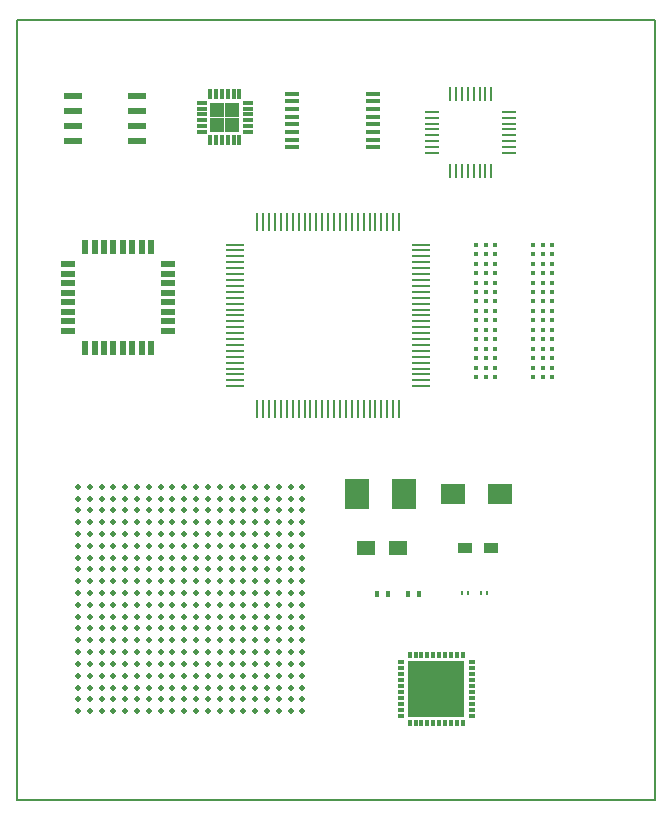
<source format=gbr>
G04 #@! TF.FileFunction,Copper,L1,Top,Signal*
%FSLAX46Y46*%
G04 Gerber Fmt 4.6, Leading zero omitted, Abs format (unit mm)*
G04 Created by KiCad (PCBNEW 4.0.4-stable) date 09/11/16 22:56:42*
%MOMM*%
%LPD*%
G01*
G04 APERTURE LIST*
%ADD10C,0.100000*%
%ADD11C,0.150000*%
%ADD12R,1.550000X0.600000*%
%ADD13R,0.850000X0.300000*%
%ADD14R,0.300000X0.850000*%
%ADD15R,1.300000X1.300000*%
%ADD16R,1.200000X0.400000*%
%ADD17R,1.200000X0.280000*%
%ADD18R,0.280000X1.200000*%
%ADD19R,1.200000X0.600000*%
%ADD20R,0.600000X1.200000*%
%ADD21R,1.500000X0.280000*%
%ADD22R,0.280000X1.500000*%
%ADD23C,0.500380*%
%ADD24C,0.398780*%
%ADD25R,0.280000X0.430000*%
%ADD26R,0.400000X0.600000*%
%ADD27R,1.200000X0.900000*%
%ADD28R,1.500000X1.300000*%
%ADD29R,2.000000X1.700000*%
%ADD30R,2.000000X2.500000*%
%ADD31R,0.299720X0.551180*%
%ADD32R,0.551180X0.299720*%
%ADD33R,4.749800X4.749800*%
G04 APERTURE END LIST*
D10*
D11*
X0Y0D02*
X0Y66000000D01*
X54000000Y0D02*
X0Y0D01*
X54000000Y66000000D02*
X54000000Y0D01*
X0Y66000000D02*
X54000000Y66000000D01*
D12*
X4734000Y59532200D03*
X4734000Y58262200D03*
X4734000Y56992200D03*
X4734000Y55722200D03*
X10134000Y55722200D03*
X10134000Y56992200D03*
X10134000Y58262200D03*
X10134000Y59532200D03*
D13*
X15644000Y59004200D03*
X15644000Y58504200D03*
X15644000Y58004200D03*
X15644000Y57504200D03*
X15644000Y57004200D03*
X15644000Y56504200D03*
D14*
X16344000Y55804200D03*
X16844000Y55804200D03*
X17344000Y55804200D03*
X17844000Y55804200D03*
X18344000Y55804200D03*
X18844000Y55804200D03*
D13*
X19544000Y56504200D03*
X19544000Y57004200D03*
X19544000Y57504200D03*
X19544000Y58004200D03*
X19544000Y58504200D03*
X19544000Y59004200D03*
D14*
X18844000Y59704200D03*
X18344000Y59704200D03*
X17844000Y59704200D03*
X17344000Y59704200D03*
X16844000Y59704200D03*
X16344000Y59704200D03*
D15*
X18244000Y57104200D03*
X18244000Y58404200D03*
X16944000Y57104200D03*
X16944000Y58404200D03*
D16*
X23288000Y59775200D03*
X23288000Y59125200D03*
X23288000Y58475200D03*
X23288000Y57825200D03*
X23288000Y57175200D03*
X23288000Y56525200D03*
X23288000Y55875200D03*
X23288000Y55225200D03*
X30188000Y55225200D03*
X30188000Y55875200D03*
X30188000Y56525200D03*
X30188000Y57175200D03*
X30188000Y57825200D03*
X30188000Y58475200D03*
X30188000Y59125200D03*
X30188000Y59775200D03*
D17*
X35172000Y58234200D03*
X35172000Y57734200D03*
X35172000Y57234200D03*
X35172000Y56734200D03*
X35172000Y56234200D03*
X35172000Y55734200D03*
X35172000Y55234200D03*
X35172000Y54734200D03*
D18*
X36672000Y53234200D03*
X37172000Y53234200D03*
X37672000Y53234200D03*
X38172000Y53234200D03*
X38672000Y53234200D03*
X39172000Y53234200D03*
X39672000Y53234200D03*
X40172000Y53234200D03*
D17*
X41672000Y54734200D03*
X41672000Y55234200D03*
X41672000Y55734200D03*
X41672000Y56234200D03*
X41672000Y56734200D03*
X41672000Y57234200D03*
X41672000Y57734200D03*
X41672000Y58234200D03*
D18*
X40172000Y59734200D03*
X39672000Y59734200D03*
X39172000Y59734200D03*
X38672000Y59734200D03*
X38172000Y59734200D03*
X37672000Y59734200D03*
X37172000Y59734200D03*
X36672000Y59734200D03*
D19*
X4327000Y45314200D03*
X4327000Y44514200D03*
X4327000Y43714200D03*
X4327000Y42914200D03*
X4327000Y42114200D03*
X4327000Y41314200D03*
X4327000Y40514200D03*
X4327000Y39714200D03*
D20*
X5777000Y38264200D03*
X6577000Y38264200D03*
X7377000Y38264200D03*
X8177000Y38264200D03*
X8977000Y38264200D03*
X9777000Y38264200D03*
X10577000Y38264200D03*
X11377000Y38264200D03*
D19*
X12827000Y39714200D03*
X12827000Y40514200D03*
X12827000Y41314200D03*
X12827000Y42114200D03*
X12827000Y42914200D03*
X12827000Y43714200D03*
X12827000Y44514200D03*
X12827000Y45314200D03*
D20*
X11377000Y46764200D03*
X10577000Y46764200D03*
X9777000Y46764200D03*
X8977000Y46764200D03*
X8177000Y46764200D03*
X7377000Y46764200D03*
X6577000Y46764200D03*
X5777000Y46764200D03*
D21*
X18457000Y46990200D03*
X18457000Y46490200D03*
X18457000Y45990200D03*
X18457000Y45490200D03*
X18457000Y44990200D03*
X18457000Y44490200D03*
X18457000Y43990200D03*
X18457000Y43490200D03*
X18457000Y42990200D03*
X18457000Y42490200D03*
X18457000Y41990200D03*
X18457000Y41490200D03*
X18457000Y40990200D03*
X18457000Y40490200D03*
X18457000Y39990200D03*
X18457000Y39490200D03*
X18457000Y38990200D03*
X18457000Y38490200D03*
X18457000Y37990200D03*
X18457000Y37490200D03*
X18457000Y36990200D03*
X18457000Y36490200D03*
X18457000Y35990200D03*
X18457000Y35490200D03*
X18457000Y34990200D03*
D22*
X20357000Y33090200D03*
X20857000Y33090200D03*
X21357000Y33090200D03*
X21857000Y33090200D03*
X22357000Y33090200D03*
X22857000Y33090200D03*
X23357000Y33090200D03*
X23857000Y33090200D03*
X24357000Y33090200D03*
X24857000Y33090200D03*
X25357000Y33090200D03*
X25857000Y33090200D03*
X26357000Y33090200D03*
X26857000Y33090200D03*
X27357000Y33090200D03*
X27857000Y33090200D03*
X28357000Y33090200D03*
X28857000Y33090200D03*
X29357000Y33090200D03*
X29857000Y33090200D03*
X30357000Y33090200D03*
X30857000Y33090200D03*
X31357000Y33090200D03*
X31857000Y33090200D03*
X32357000Y33090200D03*
D21*
X34257000Y34990200D03*
X34257000Y35490200D03*
X34257000Y35990200D03*
X34257000Y36490200D03*
X34257000Y36990200D03*
X34257000Y37490200D03*
X34257000Y37990200D03*
X34257000Y38490200D03*
X34257000Y38990200D03*
X34257000Y39490200D03*
X34257000Y39990200D03*
X34257000Y40490200D03*
X34257000Y40990200D03*
X34257000Y41490200D03*
X34257000Y41990200D03*
X34257000Y42490200D03*
X34257000Y42990200D03*
X34257000Y43490200D03*
X34257000Y43990200D03*
X34257000Y44490200D03*
X34257000Y44990200D03*
X34257000Y45490200D03*
X34257000Y45990200D03*
X34257000Y46490200D03*
X34257000Y46990200D03*
D22*
X32357000Y48890200D03*
X31857000Y48890200D03*
X31357000Y48890200D03*
X30857000Y48890200D03*
X30357000Y48890200D03*
X29857000Y48890200D03*
X29357000Y48890200D03*
X28857000Y48890200D03*
X28357000Y48890200D03*
X27857000Y48890200D03*
X27357000Y48890200D03*
X26857000Y48890200D03*
X26357000Y48890200D03*
X25857000Y48890200D03*
X25357000Y48890200D03*
X24857000Y48890200D03*
X24357000Y48890200D03*
X23857000Y48890200D03*
X23357000Y48890200D03*
X22857000Y48890200D03*
X22357000Y48890200D03*
X21857000Y48890200D03*
X21357000Y48890200D03*
X20857000Y48890200D03*
X20357000Y48890200D03*
D23*
X5173400Y26486800D03*
X6174160Y26486800D03*
X7174920Y26486800D03*
X8173140Y26486800D03*
X9173900Y26486800D03*
X10174660Y26486800D03*
X11172880Y26486800D03*
X12173640Y26486800D03*
X13174400Y26486800D03*
X14175160Y26486800D03*
X15173380Y26486800D03*
X16174140Y26486800D03*
X17174900Y26486800D03*
X18173120Y26486800D03*
X19173880Y26486800D03*
X20174640Y26486800D03*
X5173400Y25486040D03*
X5173400Y24485280D03*
X5173400Y23487060D03*
X5173400Y22486300D03*
X5173400Y21485540D03*
X5173400Y20487320D03*
X5173400Y19486560D03*
X5173400Y18485800D03*
X20174640Y25486040D03*
X19173880Y25486040D03*
X18173120Y25486040D03*
X17174900Y25486040D03*
X16174140Y25486040D03*
X15173380Y25486040D03*
X14175160Y25486040D03*
X13174400Y25486040D03*
X12173640Y25486040D03*
X11172880Y25486040D03*
X10174660Y25486040D03*
X9173900Y25486040D03*
X6174160Y25486040D03*
X7174920Y25486040D03*
X8173140Y25486040D03*
X6174160Y24485280D03*
X7174920Y24485280D03*
X8173140Y24485280D03*
X9173900Y24485280D03*
X10174660Y24485280D03*
X11172880Y24485280D03*
X12173640Y24485280D03*
X13174400Y24485280D03*
X6174160Y23487060D03*
X7174920Y23487060D03*
X8173140Y23487060D03*
X9173900Y23487060D03*
X10174660Y23487060D03*
X11172880Y23487060D03*
X12173640Y23487060D03*
X13174400Y23487060D03*
X6174160Y22486300D03*
X7174920Y22486300D03*
X8173140Y22486300D03*
X14175160Y24485280D03*
X14175160Y23487060D03*
X15173380Y24485280D03*
X15173380Y23487060D03*
X16174140Y23487060D03*
X16174140Y24485280D03*
X17174900Y24485280D03*
X18173120Y24485280D03*
X18173120Y23487060D03*
X17174900Y23487060D03*
X19173880Y24485280D03*
X19173880Y23487060D03*
X20174640Y23487060D03*
X20174640Y24485280D03*
X17174900Y22486300D03*
X17174900Y21485540D03*
X18173120Y21485540D03*
X18173120Y22486300D03*
X19173880Y22486300D03*
X19173880Y21485540D03*
X19173880Y20487320D03*
X20174640Y20487320D03*
X20174640Y21485540D03*
X20174640Y22486300D03*
X6174160Y21485540D03*
X7174920Y21485540D03*
X8173140Y21485540D03*
X8173140Y20487320D03*
X7174920Y20487320D03*
X6174160Y20487320D03*
X6174160Y19486560D03*
X7174920Y19486560D03*
X8173140Y19486560D03*
X8173140Y18485800D03*
X7174920Y18485800D03*
X6174160Y18485800D03*
X5173400Y17485040D03*
X6174160Y17485040D03*
X7174920Y17485040D03*
X8173140Y17485040D03*
X8173140Y16486820D03*
X7174920Y16486820D03*
X6174160Y16486820D03*
X5173400Y16486820D03*
X5173400Y15486060D03*
X6174160Y15486060D03*
X7174920Y15486060D03*
X8173140Y15486060D03*
X8173140Y14485300D03*
X8173140Y13487080D03*
X8173140Y12486320D03*
X7174920Y12486320D03*
X7174920Y13487080D03*
X7174920Y14485300D03*
X6174160Y14485300D03*
X6174160Y13487080D03*
X6174160Y12486320D03*
X5173400Y14485300D03*
X5173400Y13487080D03*
X5173400Y12486320D03*
X5173400Y11485560D03*
X6174160Y11485560D03*
X7174920Y11485560D03*
X8173140Y11485560D03*
X12173640Y22486300D03*
X11172880Y22486300D03*
X10174660Y22486300D03*
X9173900Y22486300D03*
X9173900Y21485540D03*
X10174660Y21485540D03*
X11172880Y21485540D03*
X12173640Y21485540D03*
X9173900Y20487320D03*
X10174660Y20487320D03*
X11172880Y20487320D03*
X9173900Y19486560D03*
X10174660Y19486560D03*
X9173900Y18485800D03*
X10174660Y18485800D03*
X9173900Y17485040D03*
X10174660Y17485040D03*
X9173900Y16486820D03*
X10174660Y16486820D03*
X9173900Y15486060D03*
X10174660Y15486060D03*
X9173900Y13487080D03*
X10174660Y13487080D03*
X9173900Y12486320D03*
X10174660Y12486320D03*
X9173900Y11485560D03*
X10174660Y11485560D03*
X9173900Y14485300D03*
X10174660Y14485300D03*
X11172880Y12486320D03*
X12173640Y12486320D03*
X13174400Y12486320D03*
X14175160Y12486320D03*
X15173380Y12486320D03*
X11172880Y11485560D03*
X12173640Y11485560D03*
X13174400Y11485560D03*
X14175160Y11485560D03*
X15173380Y11485560D03*
X13174400Y22486300D03*
X14175160Y22486300D03*
X15173380Y22486300D03*
X16174140Y22486300D03*
X13174400Y21485540D03*
X14175160Y21485540D03*
X15173380Y21485540D03*
X16174140Y21485540D03*
X16174140Y12486320D03*
X16174140Y11485560D03*
X17174900Y12486320D03*
X17174900Y11485560D03*
X18173120Y11485560D03*
X18173120Y12486320D03*
X19173880Y19486560D03*
X19173880Y18485800D03*
X19173880Y17485040D03*
X19173880Y16486820D03*
X19173880Y15486060D03*
X19173880Y14485300D03*
X19173880Y13487080D03*
X19173880Y12486320D03*
X19173880Y11485560D03*
X20174640Y11485560D03*
X20174640Y12486320D03*
X20174640Y13487080D03*
X20174640Y14485300D03*
X20174640Y15486060D03*
X20174640Y16486820D03*
X20174640Y17485040D03*
X20174640Y18485800D03*
X20174640Y19486560D03*
X21172860Y26486800D03*
X22173620Y26486800D03*
X23174380Y26486800D03*
X24175140Y26486800D03*
X21172860Y25486040D03*
X22173620Y25486040D03*
X23174380Y25486040D03*
X24175140Y25486040D03*
X21172860Y24485280D03*
X22173620Y24485280D03*
X23174380Y24485280D03*
X24175140Y24485280D03*
X21172860Y23487060D03*
X22173620Y23487060D03*
X23174380Y23487060D03*
X24175140Y23487060D03*
X21172860Y22486300D03*
X22173620Y22486300D03*
X23174380Y22486300D03*
X24175140Y22486300D03*
X21172860Y21485540D03*
X22173620Y21485540D03*
X23174380Y21485540D03*
X24175140Y21485540D03*
X21172860Y20487320D03*
X22173620Y20487320D03*
X23174380Y20487320D03*
X24175140Y20487320D03*
X21172860Y19486560D03*
X22173620Y19486560D03*
X23174380Y19486560D03*
X24175140Y19486560D03*
X21172860Y18485800D03*
X22173620Y18485800D03*
X23174380Y18485800D03*
X24175140Y18485800D03*
X21172860Y17485040D03*
X22173620Y17485040D03*
X23174380Y17485040D03*
X24175140Y17485040D03*
X21172860Y16486820D03*
X22173620Y16486820D03*
X23174380Y16486820D03*
X24175140Y16486820D03*
X21172860Y15486060D03*
X22173620Y15486060D03*
X23174380Y15486060D03*
X24175140Y15486060D03*
X21172860Y14485300D03*
X22173620Y14485300D03*
X23174380Y14485300D03*
X24175140Y14485300D03*
X21172860Y13487080D03*
X22173620Y13487080D03*
X23174380Y13487080D03*
X24175140Y13487080D03*
X21172860Y12486320D03*
X22173620Y12486320D03*
X23174380Y12486320D03*
X24175140Y12486320D03*
X21172860Y11485560D03*
X22173620Y11485560D03*
X23174380Y11485560D03*
X24175140Y11485560D03*
X5173400Y10487340D03*
X5173400Y9486580D03*
X5173400Y8485820D03*
X5173400Y7485060D03*
X6174160Y7485060D03*
X7174920Y7485060D03*
X8173140Y7485060D03*
X9173900Y7485060D03*
X10174660Y7485060D03*
X11172880Y7485060D03*
X12173640Y7485060D03*
X13174400Y7485060D03*
X14175160Y7485060D03*
X15173380Y7485060D03*
X16174140Y7485060D03*
X17174900Y7485060D03*
X18173120Y7485060D03*
X19173880Y7485060D03*
X20174640Y7485060D03*
X21172860Y7485060D03*
X22173620Y7485060D03*
X23174380Y7485060D03*
X24175140Y7485060D03*
X6174160Y8485820D03*
X7174920Y8485820D03*
X8173140Y8485820D03*
X9173900Y8485820D03*
X10174660Y8485820D03*
X11172880Y8485820D03*
X12173640Y8485820D03*
X13174400Y8485820D03*
X14175160Y8485820D03*
X15173380Y8485820D03*
X16174140Y8485820D03*
X17174900Y8485820D03*
X18173120Y8485820D03*
X19173880Y8485820D03*
X20174640Y8485820D03*
X21172860Y8485820D03*
X22173620Y8485820D03*
X23174380Y8485820D03*
X24175140Y8485820D03*
X6174160Y9486580D03*
X7174920Y9486580D03*
X8173140Y9486580D03*
X9173900Y9486580D03*
X10174660Y9486580D03*
X11172880Y9486580D03*
X12173640Y9486580D03*
X13174400Y9486580D03*
X14175160Y9486580D03*
X15173380Y9486580D03*
X16174140Y9486580D03*
X17174900Y9486580D03*
X18173120Y9486580D03*
X19173880Y9486580D03*
X20174640Y9486580D03*
X21172860Y9486580D03*
X22173620Y9486580D03*
X23174380Y9486580D03*
X24175140Y9486580D03*
X6174160Y10487340D03*
X7174920Y10487340D03*
X8173140Y10487340D03*
X9173900Y10487340D03*
X10174660Y10487340D03*
X11172880Y10487340D03*
X12173640Y10487340D03*
X13174400Y10487340D03*
X14175160Y10487340D03*
X15173380Y10487340D03*
X16174140Y10487340D03*
X17174900Y10487340D03*
X18173120Y10487340D03*
X19173880Y10487340D03*
X20174640Y10487340D03*
X21172860Y10487340D03*
X22173620Y10487340D03*
X23174380Y10487340D03*
X24175140Y10487340D03*
X11172880Y13487080D03*
X12173640Y13487080D03*
X13174400Y13487080D03*
X14172620Y13487080D03*
X15173380Y13487080D03*
X16174140Y13487080D03*
X17174900Y13487080D03*
X18173120Y13487080D03*
X11172880Y14485300D03*
X12173640Y14485300D03*
X13174400Y14485300D03*
X14172620Y14485300D03*
X15173380Y14485300D03*
X16174140Y14485300D03*
X17174900Y14485300D03*
X18173120Y14485300D03*
X11172880Y15486060D03*
X12173640Y15486060D03*
X13174400Y15486060D03*
X14172620Y15486060D03*
X15173380Y15486060D03*
X16174140Y15486060D03*
X17174900Y15486060D03*
X18173120Y15486060D03*
X11172880Y16486820D03*
X12173640Y16486820D03*
X13174400Y16486820D03*
X14172620Y16486820D03*
X15173380Y16486820D03*
X16174140Y16486820D03*
X17174900Y16486820D03*
X18173120Y16486820D03*
X11172880Y17487580D03*
X12173640Y17487580D03*
X13174400Y17487580D03*
X14172620Y17487580D03*
X15173380Y17487580D03*
X16174140Y17487580D03*
X17174900Y17487580D03*
X18173120Y17487580D03*
X12173640Y20487320D03*
X13174400Y20487320D03*
X14172620Y20487320D03*
X15173380Y20487320D03*
X16174140Y20487320D03*
X17174900Y20487320D03*
X18173120Y20487320D03*
X11172880Y19486560D03*
X12173640Y19486560D03*
X13174400Y19486560D03*
X14172620Y19486560D03*
X15173380Y19486560D03*
X16174140Y19486560D03*
X17174900Y19486560D03*
X18173120Y19486560D03*
X11172880Y18485800D03*
X12173640Y18485800D03*
X13174400Y18485800D03*
X14172620Y18485800D03*
X15173380Y18485800D03*
X16174140Y18485800D03*
X17174900Y18485800D03*
X18173120Y18485800D03*
D24*
X38904600Y46971900D03*
X39704700Y46971900D03*
X40504800Y46971900D03*
X43705200Y46971900D03*
X44505300Y46971900D03*
X45305400Y46971900D03*
X38904600Y46171800D03*
X38904600Y45371700D03*
X38904600Y44571600D03*
X38904600Y43774040D03*
X38904600Y42973940D03*
X38904600Y42173840D03*
X38904600Y41373740D03*
X39704700Y41373740D03*
X40504800Y41373740D03*
X43702660Y41371200D03*
X44502760Y41371200D03*
X45302860Y41371200D03*
X45302860Y42171300D03*
X45302860Y42971400D03*
X45302860Y43771500D03*
X45302860Y44569060D03*
X45302860Y45369160D03*
X45302860Y46169260D03*
X40504800Y44571600D03*
X40504800Y43774040D03*
X43702660Y43771500D03*
X43702660Y44569060D03*
X43702660Y45369160D03*
X40504800Y45371700D03*
X39704700Y45371700D03*
X39704700Y44571600D03*
X39704700Y43774040D03*
X39704700Y42973940D03*
X39704700Y42173840D03*
X40504800Y42173840D03*
X40504800Y42973940D03*
X43702660Y42971400D03*
X43702660Y42171300D03*
X44502760Y42171300D03*
X44502760Y42971400D03*
X44502760Y43771500D03*
X44502760Y44569060D03*
X44502760Y45369160D03*
X44502760Y46169260D03*
X43702660Y46169260D03*
X40504800Y46171800D03*
X39704700Y46171800D03*
X38904600Y35770500D03*
X45305400Y35770500D03*
X38904600Y40571100D03*
X39704700Y40571100D03*
X40504800Y40571100D03*
X43705200Y40571100D03*
X44505300Y40571100D03*
X45305400Y40571100D03*
X38904600Y39771000D03*
X39704700Y39771000D03*
X40504800Y39771000D03*
X43705200Y39771000D03*
X44505300Y39771000D03*
X45305400Y39771000D03*
X38904600Y38970900D03*
X39704700Y38970900D03*
X40504800Y38970900D03*
X43705200Y38970900D03*
X44505300Y38970900D03*
X45305400Y38970900D03*
X38904600Y38170800D03*
X39704700Y38170800D03*
X40504800Y38170800D03*
X43705200Y38170800D03*
X44505300Y38170800D03*
X45305400Y38170800D03*
X38904600Y37370700D03*
X39704700Y37370700D03*
X40504800Y37370700D03*
X43705200Y37370700D03*
X44505300Y37370700D03*
X45305400Y37370700D03*
X38904600Y36570600D03*
X39704700Y36570600D03*
X40504800Y36570600D03*
X43705200Y36570600D03*
X44505300Y36570600D03*
X45305400Y36570600D03*
X39704700Y35770500D03*
X40504800Y35770500D03*
X43705200Y35770500D03*
X44505300Y35770500D03*
D25*
X37659000Y17495200D03*
X38169000Y17495200D03*
X39310000Y17495200D03*
X39820000Y17495200D03*
D26*
X30479000Y17368200D03*
X31379000Y17368200D03*
X33146000Y17368200D03*
X34046000Y17368200D03*
D27*
X37957000Y21305200D03*
X40157000Y21305200D03*
D28*
X29579000Y21305200D03*
X32279000Y21305200D03*
D29*
X36930000Y25877200D03*
X40930000Y25877200D03*
D30*
X28802000Y25877200D03*
X32802000Y25877200D03*
D31*
X37751440Y12242480D03*
X37251060Y12242480D03*
X36750680Y12242480D03*
X36250300Y12242480D03*
X35752460Y12242480D03*
X35252080Y12242480D03*
X34751700Y12242480D03*
X34251320Y12242480D03*
X33750940Y12242480D03*
X33250560Y12242480D03*
D32*
X32501260Y11617640D03*
X32501260Y11117260D03*
X32501260Y10616880D03*
X32501260Y10116500D03*
X32501260Y9616120D03*
X32501260Y9118280D03*
X32501260Y8617900D03*
X32501260Y8117520D03*
X32501260Y7617140D03*
X32501260Y7116760D03*
D31*
X33250560Y6491920D03*
X33750940Y6491920D03*
X34251320Y6491920D03*
X34751700Y6491920D03*
X35252080Y6491920D03*
X35749920Y6491920D03*
X36250300Y6491920D03*
X36750680Y6491920D03*
X37251060Y6491920D03*
X37751440Y6491920D03*
D32*
X38500740Y7116760D03*
X38500740Y7617140D03*
X38500740Y8117520D03*
X38500740Y8617900D03*
X38500740Y9118280D03*
X38500740Y9616120D03*
X38500740Y10116500D03*
X38500740Y10616880D03*
X38500740Y11117260D03*
X38500740Y11617640D03*
D33*
X35501000Y9367200D03*
M02*

</source>
